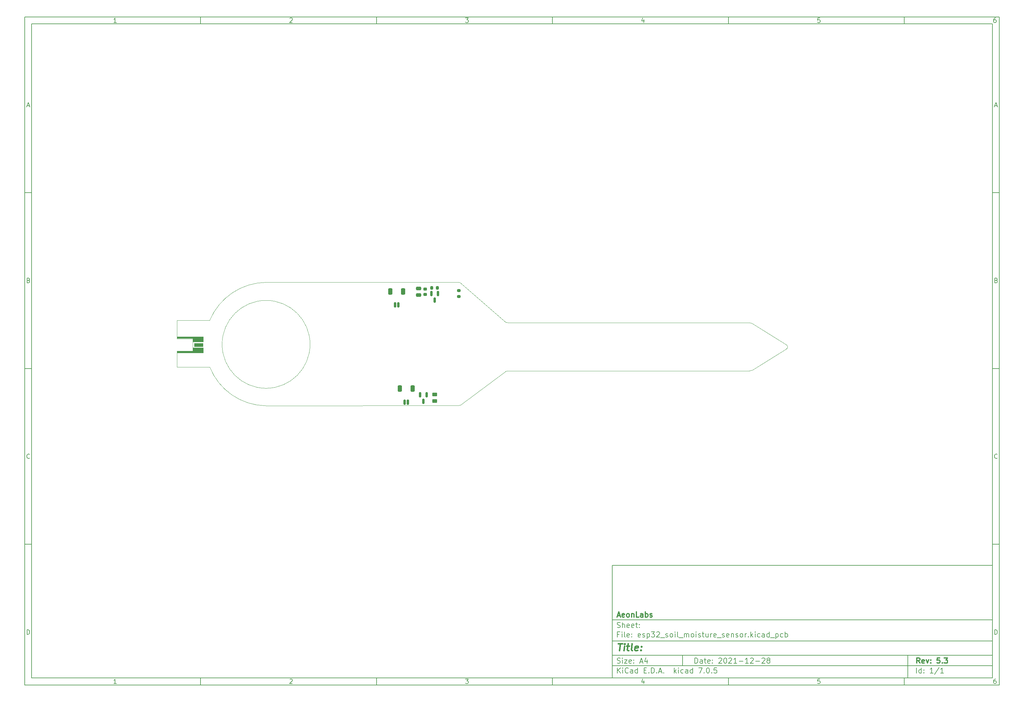
<source format=gbr>
%TF.GenerationSoftware,KiCad,Pcbnew,7.0.5*%
%TF.CreationDate,2023-06-02T10:03:58+02:00*%
%TF.ProjectId,esp32_soil_moisture_sensor,65737033-325f-4736-9f69-6c5f6d6f6973,5.3*%
%TF.SameCoordinates,Original*%
%TF.FileFunction,Paste,Bot*%
%TF.FilePolarity,Positive*%
%FSLAX46Y46*%
G04 Gerber Fmt 4.6, Leading zero omitted, Abs format (unit mm)*
G04 Created by KiCad (PCBNEW 7.0.5) date 2023-06-02 10:03:58*
%MOMM*%
%LPD*%
G01*
G04 APERTURE LIST*
G04 Aperture macros list*
%AMRoundRect*
0 Rectangle with rounded corners*
0 $1 Rounding radius*
0 $2 $3 $4 $5 $6 $7 $8 $9 X,Y pos of 4 corners*
0 Add a 4 corners polygon primitive as box body*
4,1,4,$2,$3,$4,$5,$6,$7,$8,$9,$2,$3,0*
0 Add four circle primitives for the rounded corners*
1,1,$1+$1,$2,$3*
1,1,$1+$1,$4,$5*
1,1,$1+$1,$6,$7*
1,1,$1+$1,$8,$9*
0 Add four rect primitives between the rounded corners*
20,1,$1+$1,$2,$3,$4,$5,0*
20,1,$1+$1,$4,$5,$6,$7,0*
20,1,$1+$1,$6,$7,$8,$9,0*
20,1,$1+$1,$8,$9,$2,$3,0*%
%AMFreePoly0*
4,1,7,1.500000,-0.775000,-1.500000,-0.775000,-1.500000,0.225000,-6.000000,0.225000,-6.000000,0.775000,1.500000,0.775000,1.500000,-0.775000,1.500000,-0.775000,$1*%
%AMFreePoly1*
4,1,8,1.500000,-0.775000,-1.500000,-0.775000,-6.000000,-0.775000,-6.000000,-0.225000,-1.500000,-0.225000,-1.500000,0.775000,1.500000,0.775000,1.500000,-0.775000,1.500000,-0.775000,$1*%
G04 Aperture macros list end*
%ADD10C,0.100000*%
%ADD11C,0.150000*%
%ADD12C,0.300000*%
%ADD13C,0.400000*%
%ADD14RoundRect,0.200000X0.200000X0.275000X-0.200000X0.275000X-0.200000X-0.275000X0.200000X-0.275000X0*%
%ADD15RoundRect,0.225000X-0.250000X0.225000X-0.250000X-0.225000X0.250000X-0.225000X0.250000X0.225000X0*%
%ADD16R,2.600000X1.100000*%
%ADD17FreePoly0,0.000000*%
%ADD18FreePoly1,0.000000*%
%ADD19RoundRect,0.150000X-0.150000X0.587500X-0.150000X-0.587500X0.150000X-0.587500X0.150000X0.587500X0*%
%ADD20RoundRect,0.150000X-0.150000X-0.625000X0.150000X-0.625000X0.150000X0.625000X-0.150000X0.625000X0*%
%ADD21RoundRect,0.250000X-0.350000X-0.650000X0.350000X-0.650000X0.350000X0.650000X-0.350000X0.650000X0*%
%ADD22RoundRect,0.200000X0.275000X-0.200000X0.275000X0.200000X-0.275000X0.200000X-0.275000X-0.200000X0*%
%ADD23RoundRect,0.250000X-0.450000X0.262500X-0.450000X-0.262500X0.450000X-0.262500X0.450000X0.262500X0*%
%ADD24RoundRect,0.250000X-0.475000X0.250000X-0.475000X-0.250000X0.475000X-0.250000X0.475000X0.250000X0*%
%TA.AperFunction,Profile*%
%ADD25C,0.050000*%
%TD*%
%TA.AperFunction,Profile*%
%ADD26C,0.100000*%
%TD*%
G04 APERTURE END LIST*
D10*
D11*
X177002200Y-166007200D02*
X285002200Y-166007200D01*
X285002200Y-198007200D01*
X177002200Y-198007200D01*
X177002200Y-166007200D01*
D10*
D11*
X10000000Y-10000000D02*
X287002200Y-10000000D01*
X287002200Y-200007200D01*
X10000000Y-200007200D01*
X10000000Y-10000000D01*
D10*
D11*
X12000000Y-12000000D02*
X285002200Y-12000000D01*
X285002200Y-198007200D01*
X12000000Y-198007200D01*
X12000000Y-12000000D01*
D10*
D11*
X60000000Y-12000000D02*
X60000000Y-10000000D01*
D10*
D11*
X110000000Y-12000000D02*
X110000000Y-10000000D01*
D10*
D11*
X160000000Y-12000000D02*
X160000000Y-10000000D01*
D10*
D11*
X210000000Y-12000000D02*
X210000000Y-10000000D01*
D10*
D11*
X260000000Y-12000000D02*
X260000000Y-10000000D01*
D10*
D11*
X36089160Y-11593604D02*
X35346303Y-11593604D01*
X35717731Y-11593604D02*
X35717731Y-10293604D01*
X35717731Y-10293604D02*
X35593922Y-10479319D01*
X35593922Y-10479319D02*
X35470112Y-10603128D01*
X35470112Y-10603128D02*
X35346303Y-10665033D01*
D10*
D11*
X85346303Y-10417414D02*
X85408207Y-10355509D01*
X85408207Y-10355509D02*
X85532017Y-10293604D01*
X85532017Y-10293604D02*
X85841541Y-10293604D01*
X85841541Y-10293604D02*
X85965350Y-10355509D01*
X85965350Y-10355509D02*
X86027255Y-10417414D01*
X86027255Y-10417414D02*
X86089160Y-10541223D01*
X86089160Y-10541223D02*
X86089160Y-10665033D01*
X86089160Y-10665033D02*
X86027255Y-10850747D01*
X86027255Y-10850747D02*
X85284398Y-11593604D01*
X85284398Y-11593604D02*
X86089160Y-11593604D01*
D10*
D11*
X135284398Y-10293604D02*
X136089160Y-10293604D01*
X136089160Y-10293604D02*
X135655826Y-10788842D01*
X135655826Y-10788842D02*
X135841541Y-10788842D01*
X135841541Y-10788842D02*
X135965350Y-10850747D01*
X135965350Y-10850747D02*
X136027255Y-10912652D01*
X136027255Y-10912652D02*
X136089160Y-11036461D01*
X136089160Y-11036461D02*
X136089160Y-11345985D01*
X136089160Y-11345985D02*
X136027255Y-11469795D01*
X136027255Y-11469795D02*
X135965350Y-11531700D01*
X135965350Y-11531700D02*
X135841541Y-11593604D01*
X135841541Y-11593604D02*
X135470112Y-11593604D01*
X135470112Y-11593604D02*
X135346303Y-11531700D01*
X135346303Y-11531700D02*
X135284398Y-11469795D01*
D10*
D11*
X185965350Y-10726938D02*
X185965350Y-11593604D01*
X185655826Y-10231700D02*
X185346303Y-11160271D01*
X185346303Y-11160271D02*
X186151064Y-11160271D01*
D10*
D11*
X236027255Y-10293604D02*
X235408207Y-10293604D01*
X235408207Y-10293604D02*
X235346303Y-10912652D01*
X235346303Y-10912652D02*
X235408207Y-10850747D01*
X235408207Y-10850747D02*
X235532017Y-10788842D01*
X235532017Y-10788842D02*
X235841541Y-10788842D01*
X235841541Y-10788842D02*
X235965350Y-10850747D01*
X235965350Y-10850747D02*
X236027255Y-10912652D01*
X236027255Y-10912652D02*
X236089160Y-11036461D01*
X236089160Y-11036461D02*
X236089160Y-11345985D01*
X236089160Y-11345985D02*
X236027255Y-11469795D01*
X236027255Y-11469795D02*
X235965350Y-11531700D01*
X235965350Y-11531700D02*
X235841541Y-11593604D01*
X235841541Y-11593604D02*
X235532017Y-11593604D01*
X235532017Y-11593604D02*
X235408207Y-11531700D01*
X235408207Y-11531700D02*
X235346303Y-11469795D01*
D10*
D11*
X285965350Y-10293604D02*
X285717731Y-10293604D01*
X285717731Y-10293604D02*
X285593922Y-10355509D01*
X285593922Y-10355509D02*
X285532017Y-10417414D01*
X285532017Y-10417414D02*
X285408207Y-10603128D01*
X285408207Y-10603128D02*
X285346303Y-10850747D01*
X285346303Y-10850747D02*
X285346303Y-11345985D01*
X285346303Y-11345985D02*
X285408207Y-11469795D01*
X285408207Y-11469795D02*
X285470112Y-11531700D01*
X285470112Y-11531700D02*
X285593922Y-11593604D01*
X285593922Y-11593604D02*
X285841541Y-11593604D01*
X285841541Y-11593604D02*
X285965350Y-11531700D01*
X285965350Y-11531700D02*
X286027255Y-11469795D01*
X286027255Y-11469795D02*
X286089160Y-11345985D01*
X286089160Y-11345985D02*
X286089160Y-11036461D01*
X286089160Y-11036461D02*
X286027255Y-10912652D01*
X286027255Y-10912652D02*
X285965350Y-10850747D01*
X285965350Y-10850747D02*
X285841541Y-10788842D01*
X285841541Y-10788842D02*
X285593922Y-10788842D01*
X285593922Y-10788842D02*
X285470112Y-10850747D01*
X285470112Y-10850747D02*
X285408207Y-10912652D01*
X285408207Y-10912652D02*
X285346303Y-11036461D01*
D10*
D11*
X60000000Y-198007200D02*
X60000000Y-200007200D01*
D10*
D11*
X110000000Y-198007200D02*
X110000000Y-200007200D01*
D10*
D11*
X160000000Y-198007200D02*
X160000000Y-200007200D01*
D10*
D11*
X210000000Y-198007200D02*
X210000000Y-200007200D01*
D10*
D11*
X260000000Y-198007200D02*
X260000000Y-200007200D01*
D10*
D11*
X36089160Y-199600804D02*
X35346303Y-199600804D01*
X35717731Y-199600804D02*
X35717731Y-198300804D01*
X35717731Y-198300804D02*
X35593922Y-198486519D01*
X35593922Y-198486519D02*
X35470112Y-198610328D01*
X35470112Y-198610328D02*
X35346303Y-198672233D01*
D10*
D11*
X85346303Y-198424614D02*
X85408207Y-198362709D01*
X85408207Y-198362709D02*
X85532017Y-198300804D01*
X85532017Y-198300804D02*
X85841541Y-198300804D01*
X85841541Y-198300804D02*
X85965350Y-198362709D01*
X85965350Y-198362709D02*
X86027255Y-198424614D01*
X86027255Y-198424614D02*
X86089160Y-198548423D01*
X86089160Y-198548423D02*
X86089160Y-198672233D01*
X86089160Y-198672233D02*
X86027255Y-198857947D01*
X86027255Y-198857947D02*
X85284398Y-199600804D01*
X85284398Y-199600804D02*
X86089160Y-199600804D01*
D10*
D11*
X135284398Y-198300804D02*
X136089160Y-198300804D01*
X136089160Y-198300804D02*
X135655826Y-198796042D01*
X135655826Y-198796042D02*
X135841541Y-198796042D01*
X135841541Y-198796042D02*
X135965350Y-198857947D01*
X135965350Y-198857947D02*
X136027255Y-198919852D01*
X136027255Y-198919852D02*
X136089160Y-199043661D01*
X136089160Y-199043661D02*
X136089160Y-199353185D01*
X136089160Y-199353185D02*
X136027255Y-199476995D01*
X136027255Y-199476995D02*
X135965350Y-199538900D01*
X135965350Y-199538900D02*
X135841541Y-199600804D01*
X135841541Y-199600804D02*
X135470112Y-199600804D01*
X135470112Y-199600804D02*
X135346303Y-199538900D01*
X135346303Y-199538900D02*
X135284398Y-199476995D01*
D10*
D11*
X185965350Y-198734138D02*
X185965350Y-199600804D01*
X185655826Y-198238900D02*
X185346303Y-199167471D01*
X185346303Y-199167471D02*
X186151064Y-199167471D01*
D10*
D11*
X236027255Y-198300804D02*
X235408207Y-198300804D01*
X235408207Y-198300804D02*
X235346303Y-198919852D01*
X235346303Y-198919852D02*
X235408207Y-198857947D01*
X235408207Y-198857947D02*
X235532017Y-198796042D01*
X235532017Y-198796042D02*
X235841541Y-198796042D01*
X235841541Y-198796042D02*
X235965350Y-198857947D01*
X235965350Y-198857947D02*
X236027255Y-198919852D01*
X236027255Y-198919852D02*
X236089160Y-199043661D01*
X236089160Y-199043661D02*
X236089160Y-199353185D01*
X236089160Y-199353185D02*
X236027255Y-199476995D01*
X236027255Y-199476995D02*
X235965350Y-199538900D01*
X235965350Y-199538900D02*
X235841541Y-199600804D01*
X235841541Y-199600804D02*
X235532017Y-199600804D01*
X235532017Y-199600804D02*
X235408207Y-199538900D01*
X235408207Y-199538900D02*
X235346303Y-199476995D01*
D10*
D11*
X285965350Y-198300804D02*
X285717731Y-198300804D01*
X285717731Y-198300804D02*
X285593922Y-198362709D01*
X285593922Y-198362709D02*
X285532017Y-198424614D01*
X285532017Y-198424614D02*
X285408207Y-198610328D01*
X285408207Y-198610328D02*
X285346303Y-198857947D01*
X285346303Y-198857947D02*
X285346303Y-199353185D01*
X285346303Y-199353185D02*
X285408207Y-199476995D01*
X285408207Y-199476995D02*
X285470112Y-199538900D01*
X285470112Y-199538900D02*
X285593922Y-199600804D01*
X285593922Y-199600804D02*
X285841541Y-199600804D01*
X285841541Y-199600804D02*
X285965350Y-199538900D01*
X285965350Y-199538900D02*
X286027255Y-199476995D01*
X286027255Y-199476995D02*
X286089160Y-199353185D01*
X286089160Y-199353185D02*
X286089160Y-199043661D01*
X286089160Y-199043661D02*
X286027255Y-198919852D01*
X286027255Y-198919852D02*
X285965350Y-198857947D01*
X285965350Y-198857947D02*
X285841541Y-198796042D01*
X285841541Y-198796042D02*
X285593922Y-198796042D01*
X285593922Y-198796042D02*
X285470112Y-198857947D01*
X285470112Y-198857947D02*
X285408207Y-198919852D01*
X285408207Y-198919852D02*
X285346303Y-199043661D01*
D10*
D11*
X10000000Y-60000000D02*
X12000000Y-60000000D01*
D10*
D11*
X10000000Y-110000000D02*
X12000000Y-110000000D01*
D10*
D11*
X10000000Y-160000000D02*
X12000000Y-160000000D01*
D10*
D11*
X10690476Y-35222176D02*
X11309523Y-35222176D01*
X10566666Y-35593604D02*
X10999999Y-34293604D01*
X10999999Y-34293604D02*
X11433333Y-35593604D01*
D10*
D11*
X11092857Y-84912652D02*
X11278571Y-84974557D01*
X11278571Y-84974557D02*
X11340476Y-85036461D01*
X11340476Y-85036461D02*
X11402380Y-85160271D01*
X11402380Y-85160271D02*
X11402380Y-85345985D01*
X11402380Y-85345985D02*
X11340476Y-85469795D01*
X11340476Y-85469795D02*
X11278571Y-85531700D01*
X11278571Y-85531700D02*
X11154761Y-85593604D01*
X11154761Y-85593604D02*
X10659523Y-85593604D01*
X10659523Y-85593604D02*
X10659523Y-84293604D01*
X10659523Y-84293604D02*
X11092857Y-84293604D01*
X11092857Y-84293604D02*
X11216666Y-84355509D01*
X11216666Y-84355509D02*
X11278571Y-84417414D01*
X11278571Y-84417414D02*
X11340476Y-84541223D01*
X11340476Y-84541223D02*
X11340476Y-84665033D01*
X11340476Y-84665033D02*
X11278571Y-84788842D01*
X11278571Y-84788842D02*
X11216666Y-84850747D01*
X11216666Y-84850747D02*
X11092857Y-84912652D01*
X11092857Y-84912652D02*
X10659523Y-84912652D01*
D10*
D11*
X11402380Y-135469795D02*
X11340476Y-135531700D01*
X11340476Y-135531700D02*
X11154761Y-135593604D01*
X11154761Y-135593604D02*
X11030952Y-135593604D01*
X11030952Y-135593604D02*
X10845238Y-135531700D01*
X10845238Y-135531700D02*
X10721428Y-135407890D01*
X10721428Y-135407890D02*
X10659523Y-135284080D01*
X10659523Y-135284080D02*
X10597619Y-135036461D01*
X10597619Y-135036461D02*
X10597619Y-134850747D01*
X10597619Y-134850747D02*
X10659523Y-134603128D01*
X10659523Y-134603128D02*
X10721428Y-134479319D01*
X10721428Y-134479319D02*
X10845238Y-134355509D01*
X10845238Y-134355509D02*
X11030952Y-134293604D01*
X11030952Y-134293604D02*
X11154761Y-134293604D01*
X11154761Y-134293604D02*
X11340476Y-134355509D01*
X11340476Y-134355509D02*
X11402380Y-134417414D01*
D10*
D11*
X10659523Y-185593604D02*
X10659523Y-184293604D01*
X10659523Y-184293604D02*
X10969047Y-184293604D01*
X10969047Y-184293604D02*
X11154761Y-184355509D01*
X11154761Y-184355509D02*
X11278571Y-184479319D01*
X11278571Y-184479319D02*
X11340476Y-184603128D01*
X11340476Y-184603128D02*
X11402380Y-184850747D01*
X11402380Y-184850747D02*
X11402380Y-185036461D01*
X11402380Y-185036461D02*
X11340476Y-185284080D01*
X11340476Y-185284080D02*
X11278571Y-185407890D01*
X11278571Y-185407890D02*
X11154761Y-185531700D01*
X11154761Y-185531700D02*
X10969047Y-185593604D01*
X10969047Y-185593604D02*
X10659523Y-185593604D01*
D10*
D11*
X287002200Y-60000000D02*
X285002200Y-60000000D01*
D10*
D11*
X287002200Y-110000000D02*
X285002200Y-110000000D01*
D10*
D11*
X287002200Y-160000000D02*
X285002200Y-160000000D01*
D10*
D11*
X285692676Y-35222176D02*
X286311723Y-35222176D01*
X285568866Y-35593604D02*
X286002199Y-34293604D01*
X286002199Y-34293604D02*
X286435533Y-35593604D01*
D10*
D11*
X286095057Y-84912652D02*
X286280771Y-84974557D01*
X286280771Y-84974557D02*
X286342676Y-85036461D01*
X286342676Y-85036461D02*
X286404580Y-85160271D01*
X286404580Y-85160271D02*
X286404580Y-85345985D01*
X286404580Y-85345985D02*
X286342676Y-85469795D01*
X286342676Y-85469795D02*
X286280771Y-85531700D01*
X286280771Y-85531700D02*
X286156961Y-85593604D01*
X286156961Y-85593604D02*
X285661723Y-85593604D01*
X285661723Y-85593604D02*
X285661723Y-84293604D01*
X285661723Y-84293604D02*
X286095057Y-84293604D01*
X286095057Y-84293604D02*
X286218866Y-84355509D01*
X286218866Y-84355509D02*
X286280771Y-84417414D01*
X286280771Y-84417414D02*
X286342676Y-84541223D01*
X286342676Y-84541223D02*
X286342676Y-84665033D01*
X286342676Y-84665033D02*
X286280771Y-84788842D01*
X286280771Y-84788842D02*
X286218866Y-84850747D01*
X286218866Y-84850747D02*
X286095057Y-84912652D01*
X286095057Y-84912652D02*
X285661723Y-84912652D01*
D10*
D11*
X286404580Y-135469795D02*
X286342676Y-135531700D01*
X286342676Y-135531700D02*
X286156961Y-135593604D01*
X286156961Y-135593604D02*
X286033152Y-135593604D01*
X286033152Y-135593604D02*
X285847438Y-135531700D01*
X285847438Y-135531700D02*
X285723628Y-135407890D01*
X285723628Y-135407890D02*
X285661723Y-135284080D01*
X285661723Y-135284080D02*
X285599819Y-135036461D01*
X285599819Y-135036461D02*
X285599819Y-134850747D01*
X285599819Y-134850747D02*
X285661723Y-134603128D01*
X285661723Y-134603128D02*
X285723628Y-134479319D01*
X285723628Y-134479319D02*
X285847438Y-134355509D01*
X285847438Y-134355509D02*
X286033152Y-134293604D01*
X286033152Y-134293604D02*
X286156961Y-134293604D01*
X286156961Y-134293604D02*
X286342676Y-134355509D01*
X286342676Y-134355509D02*
X286404580Y-134417414D01*
D10*
D11*
X285661723Y-185593604D02*
X285661723Y-184293604D01*
X285661723Y-184293604D02*
X285971247Y-184293604D01*
X285971247Y-184293604D02*
X286156961Y-184355509D01*
X286156961Y-184355509D02*
X286280771Y-184479319D01*
X286280771Y-184479319D02*
X286342676Y-184603128D01*
X286342676Y-184603128D02*
X286404580Y-184850747D01*
X286404580Y-184850747D02*
X286404580Y-185036461D01*
X286404580Y-185036461D02*
X286342676Y-185284080D01*
X286342676Y-185284080D02*
X286280771Y-185407890D01*
X286280771Y-185407890D02*
X286156961Y-185531700D01*
X286156961Y-185531700D02*
X285971247Y-185593604D01*
X285971247Y-185593604D02*
X285661723Y-185593604D01*
D10*
D11*
X200458026Y-193793328D02*
X200458026Y-192293328D01*
X200458026Y-192293328D02*
X200815169Y-192293328D01*
X200815169Y-192293328D02*
X201029455Y-192364757D01*
X201029455Y-192364757D02*
X201172312Y-192507614D01*
X201172312Y-192507614D02*
X201243741Y-192650471D01*
X201243741Y-192650471D02*
X201315169Y-192936185D01*
X201315169Y-192936185D02*
X201315169Y-193150471D01*
X201315169Y-193150471D02*
X201243741Y-193436185D01*
X201243741Y-193436185D02*
X201172312Y-193579042D01*
X201172312Y-193579042D02*
X201029455Y-193721900D01*
X201029455Y-193721900D02*
X200815169Y-193793328D01*
X200815169Y-193793328D02*
X200458026Y-193793328D01*
X202600884Y-193793328D02*
X202600884Y-193007614D01*
X202600884Y-193007614D02*
X202529455Y-192864757D01*
X202529455Y-192864757D02*
X202386598Y-192793328D01*
X202386598Y-192793328D02*
X202100884Y-192793328D01*
X202100884Y-192793328D02*
X201958026Y-192864757D01*
X202600884Y-193721900D02*
X202458026Y-193793328D01*
X202458026Y-193793328D02*
X202100884Y-193793328D01*
X202100884Y-193793328D02*
X201958026Y-193721900D01*
X201958026Y-193721900D02*
X201886598Y-193579042D01*
X201886598Y-193579042D02*
X201886598Y-193436185D01*
X201886598Y-193436185D02*
X201958026Y-193293328D01*
X201958026Y-193293328D02*
X202100884Y-193221900D01*
X202100884Y-193221900D02*
X202458026Y-193221900D01*
X202458026Y-193221900D02*
X202600884Y-193150471D01*
X203100884Y-192793328D02*
X203672312Y-192793328D01*
X203315169Y-192293328D02*
X203315169Y-193579042D01*
X203315169Y-193579042D02*
X203386598Y-193721900D01*
X203386598Y-193721900D02*
X203529455Y-193793328D01*
X203529455Y-193793328D02*
X203672312Y-193793328D01*
X204743741Y-193721900D02*
X204600884Y-193793328D01*
X204600884Y-193793328D02*
X204315170Y-193793328D01*
X204315170Y-193793328D02*
X204172312Y-193721900D01*
X204172312Y-193721900D02*
X204100884Y-193579042D01*
X204100884Y-193579042D02*
X204100884Y-193007614D01*
X204100884Y-193007614D02*
X204172312Y-192864757D01*
X204172312Y-192864757D02*
X204315170Y-192793328D01*
X204315170Y-192793328D02*
X204600884Y-192793328D01*
X204600884Y-192793328D02*
X204743741Y-192864757D01*
X204743741Y-192864757D02*
X204815170Y-193007614D01*
X204815170Y-193007614D02*
X204815170Y-193150471D01*
X204815170Y-193150471D02*
X204100884Y-193293328D01*
X205458026Y-193650471D02*
X205529455Y-193721900D01*
X205529455Y-193721900D02*
X205458026Y-193793328D01*
X205458026Y-193793328D02*
X205386598Y-193721900D01*
X205386598Y-193721900D02*
X205458026Y-193650471D01*
X205458026Y-193650471D02*
X205458026Y-193793328D01*
X205458026Y-192864757D02*
X205529455Y-192936185D01*
X205529455Y-192936185D02*
X205458026Y-193007614D01*
X205458026Y-193007614D02*
X205386598Y-192936185D01*
X205386598Y-192936185D02*
X205458026Y-192864757D01*
X205458026Y-192864757D02*
X205458026Y-193007614D01*
X207243741Y-192436185D02*
X207315169Y-192364757D01*
X207315169Y-192364757D02*
X207458027Y-192293328D01*
X207458027Y-192293328D02*
X207815169Y-192293328D01*
X207815169Y-192293328D02*
X207958027Y-192364757D01*
X207958027Y-192364757D02*
X208029455Y-192436185D01*
X208029455Y-192436185D02*
X208100884Y-192579042D01*
X208100884Y-192579042D02*
X208100884Y-192721900D01*
X208100884Y-192721900D02*
X208029455Y-192936185D01*
X208029455Y-192936185D02*
X207172312Y-193793328D01*
X207172312Y-193793328D02*
X208100884Y-193793328D01*
X209029455Y-192293328D02*
X209172312Y-192293328D01*
X209172312Y-192293328D02*
X209315169Y-192364757D01*
X209315169Y-192364757D02*
X209386598Y-192436185D01*
X209386598Y-192436185D02*
X209458026Y-192579042D01*
X209458026Y-192579042D02*
X209529455Y-192864757D01*
X209529455Y-192864757D02*
X209529455Y-193221900D01*
X209529455Y-193221900D02*
X209458026Y-193507614D01*
X209458026Y-193507614D02*
X209386598Y-193650471D01*
X209386598Y-193650471D02*
X209315169Y-193721900D01*
X209315169Y-193721900D02*
X209172312Y-193793328D01*
X209172312Y-193793328D02*
X209029455Y-193793328D01*
X209029455Y-193793328D02*
X208886598Y-193721900D01*
X208886598Y-193721900D02*
X208815169Y-193650471D01*
X208815169Y-193650471D02*
X208743740Y-193507614D01*
X208743740Y-193507614D02*
X208672312Y-193221900D01*
X208672312Y-193221900D02*
X208672312Y-192864757D01*
X208672312Y-192864757D02*
X208743740Y-192579042D01*
X208743740Y-192579042D02*
X208815169Y-192436185D01*
X208815169Y-192436185D02*
X208886598Y-192364757D01*
X208886598Y-192364757D02*
X209029455Y-192293328D01*
X210100883Y-192436185D02*
X210172311Y-192364757D01*
X210172311Y-192364757D02*
X210315169Y-192293328D01*
X210315169Y-192293328D02*
X210672311Y-192293328D01*
X210672311Y-192293328D02*
X210815169Y-192364757D01*
X210815169Y-192364757D02*
X210886597Y-192436185D01*
X210886597Y-192436185D02*
X210958026Y-192579042D01*
X210958026Y-192579042D02*
X210958026Y-192721900D01*
X210958026Y-192721900D02*
X210886597Y-192936185D01*
X210886597Y-192936185D02*
X210029454Y-193793328D01*
X210029454Y-193793328D02*
X210958026Y-193793328D01*
X212386597Y-193793328D02*
X211529454Y-193793328D01*
X211958025Y-193793328D02*
X211958025Y-192293328D01*
X211958025Y-192293328D02*
X211815168Y-192507614D01*
X211815168Y-192507614D02*
X211672311Y-192650471D01*
X211672311Y-192650471D02*
X211529454Y-192721900D01*
X213029453Y-193221900D02*
X214172311Y-193221900D01*
X215672311Y-193793328D02*
X214815168Y-193793328D01*
X215243739Y-193793328D02*
X215243739Y-192293328D01*
X215243739Y-192293328D02*
X215100882Y-192507614D01*
X215100882Y-192507614D02*
X214958025Y-192650471D01*
X214958025Y-192650471D02*
X214815168Y-192721900D01*
X216243739Y-192436185D02*
X216315167Y-192364757D01*
X216315167Y-192364757D02*
X216458025Y-192293328D01*
X216458025Y-192293328D02*
X216815167Y-192293328D01*
X216815167Y-192293328D02*
X216958025Y-192364757D01*
X216958025Y-192364757D02*
X217029453Y-192436185D01*
X217029453Y-192436185D02*
X217100882Y-192579042D01*
X217100882Y-192579042D02*
X217100882Y-192721900D01*
X217100882Y-192721900D02*
X217029453Y-192936185D01*
X217029453Y-192936185D02*
X216172310Y-193793328D01*
X216172310Y-193793328D02*
X217100882Y-193793328D01*
X217743738Y-193221900D02*
X218886596Y-193221900D01*
X219529453Y-192436185D02*
X219600881Y-192364757D01*
X219600881Y-192364757D02*
X219743739Y-192293328D01*
X219743739Y-192293328D02*
X220100881Y-192293328D01*
X220100881Y-192293328D02*
X220243739Y-192364757D01*
X220243739Y-192364757D02*
X220315167Y-192436185D01*
X220315167Y-192436185D02*
X220386596Y-192579042D01*
X220386596Y-192579042D02*
X220386596Y-192721900D01*
X220386596Y-192721900D02*
X220315167Y-192936185D01*
X220315167Y-192936185D02*
X219458024Y-193793328D01*
X219458024Y-193793328D02*
X220386596Y-193793328D01*
X221243738Y-192936185D02*
X221100881Y-192864757D01*
X221100881Y-192864757D02*
X221029452Y-192793328D01*
X221029452Y-192793328D02*
X220958024Y-192650471D01*
X220958024Y-192650471D02*
X220958024Y-192579042D01*
X220958024Y-192579042D02*
X221029452Y-192436185D01*
X221029452Y-192436185D02*
X221100881Y-192364757D01*
X221100881Y-192364757D02*
X221243738Y-192293328D01*
X221243738Y-192293328D02*
X221529452Y-192293328D01*
X221529452Y-192293328D02*
X221672310Y-192364757D01*
X221672310Y-192364757D02*
X221743738Y-192436185D01*
X221743738Y-192436185D02*
X221815167Y-192579042D01*
X221815167Y-192579042D02*
X221815167Y-192650471D01*
X221815167Y-192650471D02*
X221743738Y-192793328D01*
X221743738Y-192793328D02*
X221672310Y-192864757D01*
X221672310Y-192864757D02*
X221529452Y-192936185D01*
X221529452Y-192936185D02*
X221243738Y-192936185D01*
X221243738Y-192936185D02*
X221100881Y-193007614D01*
X221100881Y-193007614D02*
X221029452Y-193079042D01*
X221029452Y-193079042D02*
X220958024Y-193221900D01*
X220958024Y-193221900D02*
X220958024Y-193507614D01*
X220958024Y-193507614D02*
X221029452Y-193650471D01*
X221029452Y-193650471D02*
X221100881Y-193721900D01*
X221100881Y-193721900D02*
X221243738Y-193793328D01*
X221243738Y-193793328D02*
X221529452Y-193793328D01*
X221529452Y-193793328D02*
X221672310Y-193721900D01*
X221672310Y-193721900D02*
X221743738Y-193650471D01*
X221743738Y-193650471D02*
X221815167Y-193507614D01*
X221815167Y-193507614D02*
X221815167Y-193221900D01*
X221815167Y-193221900D02*
X221743738Y-193079042D01*
X221743738Y-193079042D02*
X221672310Y-193007614D01*
X221672310Y-193007614D02*
X221529452Y-192936185D01*
D10*
D11*
X177002200Y-194507200D02*
X285002200Y-194507200D01*
D10*
D11*
X178458026Y-196593328D02*
X178458026Y-195093328D01*
X179315169Y-196593328D02*
X178672312Y-195736185D01*
X179315169Y-195093328D02*
X178458026Y-195950471D01*
X179958026Y-196593328D02*
X179958026Y-195593328D01*
X179958026Y-195093328D02*
X179886598Y-195164757D01*
X179886598Y-195164757D02*
X179958026Y-195236185D01*
X179958026Y-195236185D02*
X180029455Y-195164757D01*
X180029455Y-195164757D02*
X179958026Y-195093328D01*
X179958026Y-195093328D02*
X179958026Y-195236185D01*
X181529455Y-196450471D02*
X181458027Y-196521900D01*
X181458027Y-196521900D02*
X181243741Y-196593328D01*
X181243741Y-196593328D02*
X181100884Y-196593328D01*
X181100884Y-196593328D02*
X180886598Y-196521900D01*
X180886598Y-196521900D02*
X180743741Y-196379042D01*
X180743741Y-196379042D02*
X180672312Y-196236185D01*
X180672312Y-196236185D02*
X180600884Y-195950471D01*
X180600884Y-195950471D02*
X180600884Y-195736185D01*
X180600884Y-195736185D02*
X180672312Y-195450471D01*
X180672312Y-195450471D02*
X180743741Y-195307614D01*
X180743741Y-195307614D02*
X180886598Y-195164757D01*
X180886598Y-195164757D02*
X181100884Y-195093328D01*
X181100884Y-195093328D02*
X181243741Y-195093328D01*
X181243741Y-195093328D02*
X181458027Y-195164757D01*
X181458027Y-195164757D02*
X181529455Y-195236185D01*
X182815170Y-196593328D02*
X182815170Y-195807614D01*
X182815170Y-195807614D02*
X182743741Y-195664757D01*
X182743741Y-195664757D02*
X182600884Y-195593328D01*
X182600884Y-195593328D02*
X182315170Y-195593328D01*
X182315170Y-195593328D02*
X182172312Y-195664757D01*
X182815170Y-196521900D02*
X182672312Y-196593328D01*
X182672312Y-196593328D02*
X182315170Y-196593328D01*
X182315170Y-196593328D02*
X182172312Y-196521900D01*
X182172312Y-196521900D02*
X182100884Y-196379042D01*
X182100884Y-196379042D02*
X182100884Y-196236185D01*
X182100884Y-196236185D02*
X182172312Y-196093328D01*
X182172312Y-196093328D02*
X182315170Y-196021900D01*
X182315170Y-196021900D02*
X182672312Y-196021900D01*
X182672312Y-196021900D02*
X182815170Y-195950471D01*
X184172313Y-196593328D02*
X184172313Y-195093328D01*
X184172313Y-196521900D02*
X184029455Y-196593328D01*
X184029455Y-196593328D02*
X183743741Y-196593328D01*
X183743741Y-196593328D02*
X183600884Y-196521900D01*
X183600884Y-196521900D02*
X183529455Y-196450471D01*
X183529455Y-196450471D02*
X183458027Y-196307614D01*
X183458027Y-196307614D02*
X183458027Y-195879042D01*
X183458027Y-195879042D02*
X183529455Y-195736185D01*
X183529455Y-195736185D02*
X183600884Y-195664757D01*
X183600884Y-195664757D02*
X183743741Y-195593328D01*
X183743741Y-195593328D02*
X184029455Y-195593328D01*
X184029455Y-195593328D02*
X184172313Y-195664757D01*
X186029455Y-195807614D02*
X186529455Y-195807614D01*
X186743741Y-196593328D02*
X186029455Y-196593328D01*
X186029455Y-196593328D02*
X186029455Y-195093328D01*
X186029455Y-195093328D02*
X186743741Y-195093328D01*
X187386598Y-196450471D02*
X187458027Y-196521900D01*
X187458027Y-196521900D02*
X187386598Y-196593328D01*
X187386598Y-196593328D02*
X187315170Y-196521900D01*
X187315170Y-196521900D02*
X187386598Y-196450471D01*
X187386598Y-196450471D02*
X187386598Y-196593328D01*
X188100884Y-196593328D02*
X188100884Y-195093328D01*
X188100884Y-195093328D02*
X188458027Y-195093328D01*
X188458027Y-195093328D02*
X188672313Y-195164757D01*
X188672313Y-195164757D02*
X188815170Y-195307614D01*
X188815170Y-195307614D02*
X188886599Y-195450471D01*
X188886599Y-195450471D02*
X188958027Y-195736185D01*
X188958027Y-195736185D02*
X188958027Y-195950471D01*
X188958027Y-195950471D02*
X188886599Y-196236185D01*
X188886599Y-196236185D02*
X188815170Y-196379042D01*
X188815170Y-196379042D02*
X188672313Y-196521900D01*
X188672313Y-196521900D02*
X188458027Y-196593328D01*
X188458027Y-196593328D02*
X188100884Y-196593328D01*
X189600884Y-196450471D02*
X189672313Y-196521900D01*
X189672313Y-196521900D02*
X189600884Y-196593328D01*
X189600884Y-196593328D02*
X189529456Y-196521900D01*
X189529456Y-196521900D02*
X189600884Y-196450471D01*
X189600884Y-196450471D02*
X189600884Y-196593328D01*
X190243742Y-196164757D02*
X190958028Y-196164757D01*
X190100885Y-196593328D02*
X190600885Y-195093328D01*
X190600885Y-195093328D02*
X191100885Y-196593328D01*
X191600884Y-196450471D02*
X191672313Y-196521900D01*
X191672313Y-196521900D02*
X191600884Y-196593328D01*
X191600884Y-196593328D02*
X191529456Y-196521900D01*
X191529456Y-196521900D02*
X191600884Y-196450471D01*
X191600884Y-196450471D02*
X191600884Y-196593328D01*
X194600884Y-196593328D02*
X194600884Y-195093328D01*
X194743742Y-196021900D02*
X195172313Y-196593328D01*
X195172313Y-195593328D02*
X194600884Y-196164757D01*
X195815170Y-196593328D02*
X195815170Y-195593328D01*
X195815170Y-195093328D02*
X195743742Y-195164757D01*
X195743742Y-195164757D02*
X195815170Y-195236185D01*
X195815170Y-195236185D02*
X195886599Y-195164757D01*
X195886599Y-195164757D02*
X195815170Y-195093328D01*
X195815170Y-195093328D02*
X195815170Y-195236185D01*
X197172314Y-196521900D02*
X197029456Y-196593328D01*
X197029456Y-196593328D02*
X196743742Y-196593328D01*
X196743742Y-196593328D02*
X196600885Y-196521900D01*
X196600885Y-196521900D02*
X196529456Y-196450471D01*
X196529456Y-196450471D02*
X196458028Y-196307614D01*
X196458028Y-196307614D02*
X196458028Y-195879042D01*
X196458028Y-195879042D02*
X196529456Y-195736185D01*
X196529456Y-195736185D02*
X196600885Y-195664757D01*
X196600885Y-195664757D02*
X196743742Y-195593328D01*
X196743742Y-195593328D02*
X197029456Y-195593328D01*
X197029456Y-195593328D02*
X197172314Y-195664757D01*
X198458028Y-196593328D02*
X198458028Y-195807614D01*
X198458028Y-195807614D02*
X198386599Y-195664757D01*
X198386599Y-195664757D02*
X198243742Y-195593328D01*
X198243742Y-195593328D02*
X197958028Y-195593328D01*
X197958028Y-195593328D02*
X197815170Y-195664757D01*
X198458028Y-196521900D02*
X198315170Y-196593328D01*
X198315170Y-196593328D02*
X197958028Y-196593328D01*
X197958028Y-196593328D02*
X197815170Y-196521900D01*
X197815170Y-196521900D02*
X197743742Y-196379042D01*
X197743742Y-196379042D02*
X197743742Y-196236185D01*
X197743742Y-196236185D02*
X197815170Y-196093328D01*
X197815170Y-196093328D02*
X197958028Y-196021900D01*
X197958028Y-196021900D02*
X198315170Y-196021900D01*
X198315170Y-196021900D02*
X198458028Y-195950471D01*
X199815171Y-196593328D02*
X199815171Y-195093328D01*
X199815171Y-196521900D02*
X199672313Y-196593328D01*
X199672313Y-196593328D02*
X199386599Y-196593328D01*
X199386599Y-196593328D02*
X199243742Y-196521900D01*
X199243742Y-196521900D02*
X199172313Y-196450471D01*
X199172313Y-196450471D02*
X199100885Y-196307614D01*
X199100885Y-196307614D02*
X199100885Y-195879042D01*
X199100885Y-195879042D02*
X199172313Y-195736185D01*
X199172313Y-195736185D02*
X199243742Y-195664757D01*
X199243742Y-195664757D02*
X199386599Y-195593328D01*
X199386599Y-195593328D02*
X199672313Y-195593328D01*
X199672313Y-195593328D02*
X199815171Y-195664757D01*
X201529456Y-195093328D02*
X202529456Y-195093328D01*
X202529456Y-195093328D02*
X201886599Y-196593328D01*
X203100884Y-196450471D02*
X203172313Y-196521900D01*
X203172313Y-196521900D02*
X203100884Y-196593328D01*
X203100884Y-196593328D02*
X203029456Y-196521900D01*
X203029456Y-196521900D02*
X203100884Y-196450471D01*
X203100884Y-196450471D02*
X203100884Y-196593328D01*
X204100885Y-195093328D02*
X204243742Y-195093328D01*
X204243742Y-195093328D02*
X204386599Y-195164757D01*
X204386599Y-195164757D02*
X204458028Y-195236185D01*
X204458028Y-195236185D02*
X204529456Y-195379042D01*
X204529456Y-195379042D02*
X204600885Y-195664757D01*
X204600885Y-195664757D02*
X204600885Y-196021900D01*
X204600885Y-196021900D02*
X204529456Y-196307614D01*
X204529456Y-196307614D02*
X204458028Y-196450471D01*
X204458028Y-196450471D02*
X204386599Y-196521900D01*
X204386599Y-196521900D02*
X204243742Y-196593328D01*
X204243742Y-196593328D02*
X204100885Y-196593328D01*
X204100885Y-196593328D02*
X203958028Y-196521900D01*
X203958028Y-196521900D02*
X203886599Y-196450471D01*
X203886599Y-196450471D02*
X203815170Y-196307614D01*
X203815170Y-196307614D02*
X203743742Y-196021900D01*
X203743742Y-196021900D02*
X203743742Y-195664757D01*
X203743742Y-195664757D02*
X203815170Y-195379042D01*
X203815170Y-195379042D02*
X203886599Y-195236185D01*
X203886599Y-195236185D02*
X203958028Y-195164757D01*
X203958028Y-195164757D02*
X204100885Y-195093328D01*
X205243741Y-196450471D02*
X205315170Y-196521900D01*
X205315170Y-196521900D02*
X205243741Y-196593328D01*
X205243741Y-196593328D02*
X205172313Y-196521900D01*
X205172313Y-196521900D02*
X205243741Y-196450471D01*
X205243741Y-196450471D02*
X205243741Y-196593328D01*
X206672313Y-195093328D02*
X205958027Y-195093328D01*
X205958027Y-195093328D02*
X205886599Y-195807614D01*
X205886599Y-195807614D02*
X205958027Y-195736185D01*
X205958027Y-195736185D02*
X206100885Y-195664757D01*
X206100885Y-195664757D02*
X206458027Y-195664757D01*
X206458027Y-195664757D02*
X206600885Y-195736185D01*
X206600885Y-195736185D02*
X206672313Y-195807614D01*
X206672313Y-195807614D02*
X206743742Y-195950471D01*
X206743742Y-195950471D02*
X206743742Y-196307614D01*
X206743742Y-196307614D02*
X206672313Y-196450471D01*
X206672313Y-196450471D02*
X206600885Y-196521900D01*
X206600885Y-196521900D02*
X206458027Y-196593328D01*
X206458027Y-196593328D02*
X206100885Y-196593328D01*
X206100885Y-196593328D02*
X205958027Y-196521900D01*
X205958027Y-196521900D02*
X205886599Y-196450471D01*
D10*
D11*
X177002200Y-191507200D02*
X285002200Y-191507200D01*
D10*
D12*
X264413853Y-193785528D02*
X263913853Y-193071242D01*
X263556710Y-193785528D02*
X263556710Y-192285528D01*
X263556710Y-192285528D02*
X264128139Y-192285528D01*
X264128139Y-192285528D02*
X264270996Y-192356957D01*
X264270996Y-192356957D02*
X264342425Y-192428385D01*
X264342425Y-192428385D02*
X264413853Y-192571242D01*
X264413853Y-192571242D02*
X264413853Y-192785528D01*
X264413853Y-192785528D02*
X264342425Y-192928385D01*
X264342425Y-192928385D02*
X264270996Y-192999814D01*
X264270996Y-192999814D02*
X264128139Y-193071242D01*
X264128139Y-193071242D02*
X263556710Y-193071242D01*
X265628139Y-193714100D02*
X265485282Y-193785528D01*
X265485282Y-193785528D02*
X265199568Y-193785528D01*
X265199568Y-193785528D02*
X265056710Y-193714100D01*
X265056710Y-193714100D02*
X264985282Y-193571242D01*
X264985282Y-193571242D02*
X264985282Y-192999814D01*
X264985282Y-192999814D02*
X265056710Y-192856957D01*
X265056710Y-192856957D02*
X265199568Y-192785528D01*
X265199568Y-192785528D02*
X265485282Y-192785528D01*
X265485282Y-192785528D02*
X265628139Y-192856957D01*
X265628139Y-192856957D02*
X265699568Y-192999814D01*
X265699568Y-192999814D02*
X265699568Y-193142671D01*
X265699568Y-193142671D02*
X264985282Y-193285528D01*
X266199567Y-192785528D02*
X266556710Y-193785528D01*
X266556710Y-193785528D02*
X266913853Y-192785528D01*
X267485281Y-193642671D02*
X267556710Y-193714100D01*
X267556710Y-193714100D02*
X267485281Y-193785528D01*
X267485281Y-193785528D02*
X267413853Y-193714100D01*
X267413853Y-193714100D02*
X267485281Y-193642671D01*
X267485281Y-193642671D02*
X267485281Y-193785528D01*
X267485281Y-192856957D02*
X267556710Y-192928385D01*
X267556710Y-192928385D02*
X267485281Y-192999814D01*
X267485281Y-192999814D02*
X267413853Y-192928385D01*
X267413853Y-192928385D02*
X267485281Y-192856957D01*
X267485281Y-192856957D02*
X267485281Y-192999814D01*
X270056710Y-192285528D02*
X269342424Y-192285528D01*
X269342424Y-192285528D02*
X269270996Y-192999814D01*
X269270996Y-192999814D02*
X269342424Y-192928385D01*
X269342424Y-192928385D02*
X269485282Y-192856957D01*
X269485282Y-192856957D02*
X269842424Y-192856957D01*
X269842424Y-192856957D02*
X269985282Y-192928385D01*
X269985282Y-192928385D02*
X270056710Y-192999814D01*
X270056710Y-192999814D02*
X270128139Y-193142671D01*
X270128139Y-193142671D02*
X270128139Y-193499814D01*
X270128139Y-193499814D02*
X270056710Y-193642671D01*
X270056710Y-193642671D02*
X269985282Y-193714100D01*
X269985282Y-193714100D02*
X269842424Y-193785528D01*
X269842424Y-193785528D02*
X269485282Y-193785528D01*
X269485282Y-193785528D02*
X269342424Y-193714100D01*
X269342424Y-193714100D02*
X269270996Y-193642671D01*
X270770995Y-193642671D02*
X270842424Y-193714100D01*
X270842424Y-193714100D02*
X270770995Y-193785528D01*
X270770995Y-193785528D02*
X270699567Y-193714100D01*
X270699567Y-193714100D02*
X270770995Y-193642671D01*
X270770995Y-193642671D02*
X270770995Y-193785528D01*
X271342424Y-192285528D02*
X272270996Y-192285528D01*
X272270996Y-192285528D02*
X271770996Y-192856957D01*
X271770996Y-192856957D02*
X271985281Y-192856957D01*
X271985281Y-192856957D02*
X272128139Y-192928385D01*
X272128139Y-192928385D02*
X272199567Y-192999814D01*
X272199567Y-192999814D02*
X272270996Y-193142671D01*
X272270996Y-193142671D02*
X272270996Y-193499814D01*
X272270996Y-193499814D02*
X272199567Y-193642671D01*
X272199567Y-193642671D02*
X272128139Y-193714100D01*
X272128139Y-193714100D02*
X271985281Y-193785528D01*
X271985281Y-193785528D02*
X271556710Y-193785528D01*
X271556710Y-193785528D02*
X271413853Y-193714100D01*
X271413853Y-193714100D02*
X271342424Y-193642671D01*
D10*
D11*
X178386598Y-193721900D02*
X178600884Y-193793328D01*
X178600884Y-193793328D02*
X178958026Y-193793328D01*
X178958026Y-193793328D02*
X179100884Y-193721900D01*
X179100884Y-193721900D02*
X179172312Y-193650471D01*
X179172312Y-193650471D02*
X179243741Y-193507614D01*
X179243741Y-193507614D02*
X179243741Y-193364757D01*
X179243741Y-193364757D02*
X179172312Y-193221900D01*
X179172312Y-193221900D02*
X179100884Y-193150471D01*
X179100884Y-193150471D02*
X178958026Y-193079042D01*
X178958026Y-193079042D02*
X178672312Y-193007614D01*
X178672312Y-193007614D02*
X178529455Y-192936185D01*
X178529455Y-192936185D02*
X178458026Y-192864757D01*
X178458026Y-192864757D02*
X178386598Y-192721900D01*
X178386598Y-192721900D02*
X178386598Y-192579042D01*
X178386598Y-192579042D02*
X178458026Y-192436185D01*
X178458026Y-192436185D02*
X178529455Y-192364757D01*
X178529455Y-192364757D02*
X178672312Y-192293328D01*
X178672312Y-192293328D02*
X179029455Y-192293328D01*
X179029455Y-192293328D02*
X179243741Y-192364757D01*
X179886597Y-193793328D02*
X179886597Y-192793328D01*
X179886597Y-192293328D02*
X179815169Y-192364757D01*
X179815169Y-192364757D02*
X179886597Y-192436185D01*
X179886597Y-192436185D02*
X179958026Y-192364757D01*
X179958026Y-192364757D02*
X179886597Y-192293328D01*
X179886597Y-192293328D02*
X179886597Y-192436185D01*
X180458026Y-192793328D02*
X181243741Y-192793328D01*
X181243741Y-192793328D02*
X180458026Y-193793328D01*
X180458026Y-193793328D02*
X181243741Y-193793328D01*
X182386598Y-193721900D02*
X182243741Y-193793328D01*
X182243741Y-193793328D02*
X181958027Y-193793328D01*
X181958027Y-193793328D02*
X181815169Y-193721900D01*
X181815169Y-193721900D02*
X181743741Y-193579042D01*
X181743741Y-193579042D02*
X181743741Y-193007614D01*
X181743741Y-193007614D02*
X181815169Y-192864757D01*
X181815169Y-192864757D02*
X181958027Y-192793328D01*
X181958027Y-192793328D02*
X182243741Y-192793328D01*
X182243741Y-192793328D02*
X182386598Y-192864757D01*
X182386598Y-192864757D02*
X182458027Y-193007614D01*
X182458027Y-193007614D02*
X182458027Y-193150471D01*
X182458027Y-193150471D02*
X181743741Y-193293328D01*
X183100883Y-193650471D02*
X183172312Y-193721900D01*
X183172312Y-193721900D02*
X183100883Y-193793328D01*
X183100883Y-193793328D02*
X183029455Y-193721900D01*
X183029455Y-193721900D02*
X183100883Y-193650471D01*
X183100883Y-193650471D02*
X183100883Y-193793328D01*
X183100883Y-192864757D02*
X183172312Y-192936185D01*
X183172312Y-192936185D02*
X183100883Y-193007614D01*
X183100883Y-193007614D02*
X183029455Y-192936185D01*
X183029455Y-192936185D02*
X183100883Y-192864757D01*
X183100883Y-192864757D02*
X183100883Y-193007614D01*
X184886598Y-193364757D02*
X185600884Y-193364757D01*
X184743741Y-193793328D02*
X185243741Y-192293328D01*
X185243741Y-192293328D02*
X185743741Y-193793328D01*
X186886598Y-192793328D02*
X186886598Y-193793328D01*
X186529455Y-192221900D02*
X186172312Y-193293328D01*
X186172312Y-193293328D02*
X187100883Y-193293328D01*
D10*
D11*
X263458026Y-196593328D02*
X263458026Y-195093328D01*
X264815170Y-196593328D02*
X264815170Y-195093328D01*
X264815170Y-196521900D02*
X264672312Y-196593328D01*
X264672312Y-196593328D02*
X264386598Y-196593328D01*
X264386598Y-196593328D02*
X264243741Y-196521900D01*
X264243741Y-196521900D02*
X264172312Y-196450471D01*
X264172312Y-196450471D02*
X264100884Y-196307614D01*
X264100884Y-196307614D02*
X264100884Y-195879042D01*
X264100884Y-195879042D02*
X264172312Y-195736185D01*
X264172312Y-195736185D02*
X264243741Y-195664757D01*
X264243741Y-195664757D02*
X264386598Y-195593328D01*
X264386598Y-195593328D02*
X264672312Y-195593328D01*
X264672312Y-195593328D02*
X264815170Y-195664757D01*
X265529455Y-196450471D02*
X265600884Y-196521900D01*
X265600884Y-196521900D02*
X265529455Y-196593328D01*
X265529455Y-196593328D02*
X265458027Y-196521900D01*
X265458027Y-196521900D02*
X265529455Y-196450471D01*
X265529455Y-196450471D02*
X265529455Y-196593328D01*
X265529455Y-195664757D02*
X265600884Y-195736185D01*
X265600884Y-195736185D02*
X265529455Y-195807614D01*
X265529455Y-195807614D02*
X265458027Y-195736185D01*
X265458027Y-195736185D02*
X265529455Y-195664757D01*
X265529455Y-195664757D02*
X265529455Y-195807614D01*
X268172313Y-196593328D02*
X267315170Y-196593328D01*
X267743741Y-196593328D02*
X267743741Y-195093328D01*
X267743741Y-195093328D02*
X267600884Y-195307614D01*
X267600884Y-195307614D02*
X267458027Y-195450471D01*
X267458027Y-195450471D02*
X267315170Y-195521900D01*
X269886598Y-195021900D02*
X268600884Y-196950471D01*
X271172313Y-196593328D02*
X270315170Y-196593328D01*
X270743741Y-196593328D02*
X270743741Y-195093328D01*
X270743741Y-195093328D02*
X270600884Y-195307614D01*
X270600884Y-195307614D02*
X270458027Y-195450471D01*
X270458027Y-195450471D02*
X270315170Y-195521900D01*
D10*
D11*
X177002200Y-187507200D02*
X285002200Y-187507200D01*
D10*
D13*
X178693928Y-188211638D02*
X179836785Y-188211638D01*
X179015357Y-190211638D02*
X179265357Y-188211638D01*
X180253452Y-190211638D02*
X180420119Y-188878304D01*
X180503452Y-188211638D02*
X180396309Y-188306876D01*
X180396309Y-188306876D02*
X180479643Y-188402114D01*
X180479643Y-188402114D02*
X180586786Y-188306876D01*
X180586786Y-188306876D02*
X180503452Y-188211638D01*
X180503452Y-188211638D02*
X180479643Y-188402114D01*
X181086786Y-188878304D02*
X181848690Y-188878304D01*
X181455833Y-188211638D02*
X181241548Y-189925923D01*
X181241548Y-189925923D02*
X181312976Y-190116400D01*
X181312976Y-190116400D02*
X181491548Y-190211638D01*
X181491548Y-190211638D02*
X181682024Y-190211638D01*
X182634405Y-190211638D02*
X182455833Y-190116400D01*
X182455833Y-190116400D02*
X182384405Y-189925923D01*
X182384405Y-189925923D02*
X182598690Y-188211638D01*
X184170119Y-190116400D02*
X183967738Y-190211638D01*
X183967738Y-190211638D02*
X183586785Y-190211638D01*
X183586785Y-190211638D02*
X183408214Y-190116400D01*
X183408214Y-190116400D02*
X183336785Y-189925923D01*
X183336785Y-189925923D02*
X183432024Y-189164019D01*
X183432024Y-189164019D02*
X183551071Y-188973542D01*
X183551071Y-188973542D02*
X183753452Y-188878304D01*
X183753452Y-188878304D02*
X184134404Y-188878304D01*
X184134404Y-188878304D02*
X184312976Y-188973542D01*
X184312976Y-188973542D02*
X184384404Y-189164019D01*
X184384404Y-189164019D02*
X184360595Y-189354495D01*
X184360595Y-189354495D02*
X183384404Y-189544971D01*
X185134405Y-190021161D02*
X185217738Y-190116400D01*
X185217738Y-190116400D02*
X185110595Y-190211638D01*
X185110595Y-190211638D02*
X185027262Y-190116400D01*
X185027262Y-190116400D02*
X185134405Y-190021161D01*
X185134405Y-190021161D02*
X185110595Y-190211638D01*
X185265357Y-188973542D02*
X185348690Y-189068780D01*
X185348690Y-189068780D02*
X185241548Y-189164019D01*
X185241548Y-189164019D02*
X185158214Y-189068780D01*
X185158214Y-189068780D02*
X185265357Y-188973542D01*
X185265357Y-188973542D02*
X185241548Y-189164019D01*
D10*
D11*
X178958026Y-185607614D02*
X178458026Y-185607614D01*
X178458026Y-186393328D02*
X178458026Y-184893328D01*
X178458026Y-184893328D02*
X179172312Y-184893328D01*
X179743740Y-186393328D02*
X179743740Y-185393328D01*
X179743740Y-184893328D02*
X179672312Y-184964757D01*
X179672312Y-184964757D02*
X179743740Y-185036185D01*
X179743740Y-185036185D02*
X179815169Y-184964757D01*
X179815169Y-184964757D02*
X179743740Y-184893328D01*
X179743740Y-184893328D02*
X179743740Y-185036185D01*
X180672312Y-186393328D02*
X180529455Y-186321900D01*
X180529455Y-186321900D02*
X180458026Y-186179042D01*
X180458026Y-186179042D02*
X180458026Y-184893328D01*
X181815169Y-186321900D02*
X181672312Y-186393328D01*
X181672312Y-186393328D02*
X181386598Y-186393328D01*
X181386598Y-186393328D02*
X181243740Y-186321900D01*
X181243740Y-186321900D02*
X181172312Y-186179042D01*
X181172312Y-186179042D02*
X181172312Y-185607614D01*
X181172312Y-185607614D02*
X181243740Y-185464757D01*
X181243740Y-185464757D02*
X181386598Y-185393328D01*
X181386598Y-185393328D02*
X181672312Y-185393328D01*
X181672312Y-185393328D02*
X181815169Y-185464757D01*
X181815169Y-185464757D02*
X181886598Y-185607614D01*
X181886598Y-185607614D02*
X181886598Y-185750471D01*
X181886598Y-185750471D02*
X181172312Y-185893328D01*
X182529454Y-186250471D02*
X182600883Y-186321900D01*
X182600883Y-186321900D02*
X182529454Y-186393328D01*
X182529454Y-186393328D02*
X182458026Y-186321900D01*
X182458026Y-186321900D02*
X182529454Y-186250471D01*
X182529454Y-186250471D02*
X182529454Y-186393328D01*
X182529454Y-185464757D02*
X182600883Y-185536185D01*
X182600883Y-185536185D02*
X182529454Y-185607614D01*
X182529454Y-185607614D02*
X182458026Y-185536185D01*
X182458026Y-185536185D02*
X182529454Y-185464757D01*
X182529454Y-185464757D02*
X182529454Y-185607614D01*
X184958026Y-186321900D02*
X184815169Y-186393328D01*
X184815169Y-186393328D02*
X184529455Y-186393328D01*
X184529455Y-186393328D02*
X184386597Y-186321900D01*
X184386597Y-186321900D02*
X184315169Y-186179042D01*
X184315169Y-186179042D02*
X184315169Y-185607614D01*
X184315169Y-185607614D02*
X184386597Y-185464757D01*
X184386597Y-185464757D02*
X184529455Y-185393328D01*
X184529455Y-185393328D02*
X184815169Y-185393328D01*
X184815169Y-185393328D02*
X184958026Y-185464757D01*
X184958026Y-185464757D02*
X185029455Y-185607614D01*
X185029455Y-185607614D02*
X185029455Y-185750471D01*
X185029455Y-185750471D02*
X184315169Y-185893328D01*
X185600883Y-186321900D02*
X185743740Y-186393328D01*
X185743740Y-186393328D02*
X186029454Y-186393328D01*
X186029454Y-186393328D02*
X186172311Y-186321900D01*
X186172311Y-186321900D02*
X186243740Y-186179042D01*
X186243740Y-186179042D02*
X186243740Y-186107614D01*
X186243740Y-186107614D02*
X186172311Y-185964757D01*
X186172311Y-185964757D02*
X186029454Y-185893328D01*
X186029454Y-185893328D02*
X185815169Y-185893328D01*
X185815169Y-185893328D02*
X185672311Y-185821900D01*
X185672311Y-185821900D02*
X185600883Y-185679042D01*
X185600883Y-185679042D02*
X185600883Y-185607614D01*
X185600883Y-185607614D02*
X185672311Y-185464757D01*
X185672311Y-185464757D02*
X185815169Y-185393328D01*
X185815169Y-185393328D02*
X186029454Y-185393328D01*
X186029454Y-185393328D02*
X186172311Y-185464757D01*
X186886597Y-185393328D02*
X186886597Y-186893328D01*
X186886597Y-185464757D02*
X187029455Y-185393328D01*
X187029455Y-185393328D02*
X187315169Y-185393328D01*
X187315169Y-185393328D02*
X187458026Y-185464757D01*
X187458026Y-185464757D02*
X187529455Y-185536185D01*
X187529455Y-185536185D02*
X187600883Y-185679042D01*
X187600883Y-185679042D02*
X187600883Y-186107614D01*
X187600883Y-186107614D02*
X187529455Y-186250471D01*
X187529455Y-186250471D02*
X187458026Y-186321900D01*
X187458026Y-186321900D02*
X187315169Y-186393328D01*
X187315169Y-186393328D02*
X187029455Y-186393328D01*
X187029455Y-186393328D02*
X186886597Y-186321900D01*
X188100883Y-184893328D02*
X189029455Y-184893328D01*
X189029455Y-184893328D02*
X188529455Y-185464757D01*
X188529455Y-185464757D02*
X188743740Y-185464757D01*
X188743740Y-185464757D02*
X188886598Y-185536185D01*
X188886598Y-185536185D02*
X188958026Y-185607614D01*
X188958026Y-185607614D02*
X189029455Y-185750471D01*
X189029455Y-185750471D02*
X189029455Y-186107614D01*
X189029455Y-186107614D02*
X188958026Y-186250471D01*
X188958026Y-186250471D02*
X188886598Y-186321900D01*
X188886598Y-186321900D02*
X188743740Y-186393328D01*
X188743740Y-186393328D02*
X188315169Y-186393328D01*
X188315169Y-186393328D02*
X188172312Y-186321900D01*
X188172312Y-186321900D02*
X188100883Y-186250471D01*
X189600883Y-185036185D02*
X189672311Y-184964757D01*
X189672311Y-184964757D02*
X189815169Y-184893328D01*
X189815169Y-184893328D02*
X190172311Y-184893328D01*
X190172311Y-184893328D02*
X190315169Y-184964757D01*
X190315169Y-184964757D02*
X190386597Y-185036185D01*
X190386597Y-185036185D02*
X190458026Y-185179042D01*
X190458026Y-185179042D02*
X190458026Y-185321900D01*
X190458026Y-185321900D02*
X190386597Y-185536185D01*
X190386597Y-185536185D02*
X189529454Y-186393328D01*
X189529454Y-186393328D02*
X190458026Y-186393328D01*
X190743740Y-186536185D02*
X191886597Y-186536185D01*
X192172311Y-186321900D02*
X192315168Y-186393328D01*
X192315168Y-186393328D02*
X192600882Y-186393328D01*
X192600882Y-186393328D02*
X192743739Y-186321900D01*
X192743739Y-186321900D02*
X192815168Y-186179042D01*
X192815168Y-186179042D02*
X192815168Y-186107614D01*
X192815168Y-186107614D02*
X192743739Y-185964757D01*
X192743739Y-185964757D02*
X192600882Y-185893328D01*
X192600882Y-185893328D02*
X192386597Y-185893328D01*
X192386597Y-185893328D02*
X192243739Y-185821900D01*
X192243739Y-185821900D02*
X192172311Y-185679042D01*
X192172311Y-185679042D02*
X192172311Y-185607614D01*
X192172311Y-185607614D02*
X192243739Y-185464757D01*
X192243739Y-185464757D02*
X192386597Y-185393328D01*
X192386597Y-185393328D02*
X192600882Y-185393328D01*
X192600882Y-185393328D02*
X192743739Y-185464757D01*
X193672311Y-186393328D02*
X193529454Y-186321900D01*
X193529454Y-186321900D02*
X193458025Y-186250471D01*
X193458025Y-186250471D02*
X193386597Y-186107614D01*
X193386597Y-186107614D02*
X193386597Y-185679042D01*
X193386597Y-185679042D02*
X193458025Y-185536185D01*
X193458025Y-185536185D02*
X193529454Y-185464757D01*
X193529454Y-185464757D02*
X193672311Y-185393328D01*
X193672311Y-185393328D02*
X193886597Y-185393328D01*
X193886597Y-185393328D02*
X194029454Y-185464757D01*
X194029454Y-185464757D02*
X194100883Y-185536185D01*
X194100883Y-185536185D02*
X194172311Y-185679042D01*
X194172311Y-185679042D02*
X194172311Y-186107614D01*
X194172311Y-186107614D02*
X194100883Y-186250471D01*
X194100883Y-186250471D02*
X194029454Y-186321900D01*
X194029454Y-186321900D02*
X193886597Y-186393328D01*
X193886597Y-186393328D02*
X193672311Y-186393328D01*
X194815168Y-186393328D02*
X194815168Y-185393328D01*
X194815168Y-184893328D02*
X194743740Y-184964757D01*
X194743740Y-184964757D02*
X194815168Y-185036185D01*
X194815168Y-185036185D02*
X194886597Y-184964757D01*
X194886597Y-184964757D02*
X194815168Y-184893328D01*
X194815168Y-184893328D02*
X194815168Y-185036185D01*
X195743740Y-186393328D02*
X195600883Y-186321900D01*
X195600883Y-186321900D02*
X195529454Y-186179042D01*
X195529454Y-186179042D02*
X195529454Y-184893328D01*
X195958026Y-186536185D02*
X197100883Y-186536185D01*
X197458025Y-186393328D02*
X197458025Y-185393328D01*
X197458025Y-185536185D02*
X197529454Y-185464757D01*
X197529454Y-185464757D02*
X197672311Y-185393328D01*
X197672311Y-185393328D02*
X197886597Y-185393328D01*
X197886597Y-185393328D02*
X198029454Y-185464757D01*
X198029454Y-185464757D02*
X198100883Y-185607614D01*
X198100883Y-185607614D02*
X198100883Y-186393328D01*
X198100883Y-185607614D02*
X198172311Y-185464757D01*
X198172311Y-185464757D02*
X198315168Y-185393328D01*
X198315168Y-185393328D02*
X198529454Y-185393328D01*
X198529454Y-185393328D02*
X198672311Y-185464757D01*
X198672311Y-185464757D02*
X198743740Y-185607614D01*
X198743740Y-185607614D02*
X198743740Y-186393328D01*
X199672311Y-186393328D02*
X199529454Y-186321900D01*
X199529454Y-186321900D02*
X199458025Y-186250471D01*
X199458025Y-186250471D02*
X199386597Y-186107614D01*
X199386597Y-186107614D02*
X199386597Y-185679042D01*
X199386597Y-185679042D02*
X199458025Y-185536185D01*
X199458025Y-185536185D02*
X199529454Y-185464757D01*
X199529454Y-185464757D02*
X199672311Y-185393328D01*
X199672311Y-185393328D02*
X199886597Y-185393328D01*
X199886597Y-185393328D02*
X200029454Y-185464757D01*
X200029454Y-185464757D02*
X200100883Y-185536185D01*
X200100883Y-185536185D02*
X200172311Y-185679042D01*
X200172311Y-185679042D02*
X200172311Y-186107614D01*
X200172311Y-186107614D02*
X200100883Y-186250471D01*
X200100883Y-186250471D02*
X200029454Y-186321900D01*
X200029454Y-186321900D02*
X199886597Y-186393328D01*
X199886597Y-186393328D02*
X199672311Y-186393328D01*
X200815168Y-186393328D02*
X200815168Y-185393328D01*
X200815168Y-184893328D02*
X200743740Y-184964757D01*
X200743740Y-184964757D02*
X200815168Y-185036185D01*
X200815168Y-185036185D02*
X200886597Y-184964757D01*
X200886597Y-184964757D02*
X200815168Y-184893328D01*
X200815168Y-184893328D02*
X200815168Y-185036185D01*
X201458026Y-186321900D02*
X201600883Y-186393328D01*
X201600883Y-186393328D02*
X201886597Y-186393328D01*
X201886597Y-186393328D02*
X202029454Y-186321900D01*
X202029454Y-186321900D02*
X202100883Y-186179042D01*
X202100883Y-186179042D02*
X202100883Y-186107614D01*
X202100883Y-186107614D02*
X202029454Y-185964757D01*
X202029454Y-185964757D02*
X201886597Y-185893328D01*
X201886597Y-185893328D02*
X201672312Y-185893328D01*
X201672312Y-185893328D02*
X201529454Y-185821900D01*
X201529454Y-185821900D02*
X201458026Y-185679042D01*
X201458026Y-185679042D02*
X201458026Y-185607614D01*
X201458026Y-185607614D02*
X201529454Y-185464757D01*
X201529454Y-185464757D02*
X201672312Y-185393328D01*
X201672312Y-185393328D02*
X201886597Y-185393328D01*
X201886597Y-185393328D02*
X202029454Y-185464757D01*
X202529455Y-185393328D02*
X203100883Y-185393328D01*
X202743740Y-184893328D02*
X202743740Y-186179042D01*
X202743740Y-186179042D02*
X202815169Y-186321900D01*
X202815169Y-186321900D02*
X202958026Y-186393328D01*
X202958026Y-186393328D02*
X203100883Y-186393328D01*
X204243741Y-185393328D02*
X204243741Y-186393328D01*
X203600883Y-185393328D02*
X203600883Y-186179042D01*
X203600883Y-186179042D02*
X203672312Y-186321900D01*
X203672312Y-186321900D02*
X203815169Y-186393328D01*
X203815169Y-186393328D02*
X204029455Y-186393328D01*
X204029455Y-186393328D02*
X204172312Y-186321900D01*
X204172312Y-186321900D02*
X204243741Y-186250471D01*
X204958026Y-186393328D02*
X204958026Y-185393328D01*
X204958026Y-185679042D02*
X205029455Y-185536185D01*
X205029455Y-185536185D02*
X205100884Y-185464757D01*
X205100884Y-185464757D02*
X205243741Y-185393328D01*
X205243741Y-185393328D02*
X205386598Y-185393328D01*
X206458026Y-186321900D02*
X206315169Y-186393328D01*
X206315169Y-186393328D02*
X206029455Y-186393328D01*
X206029455Y-186393328D02*
X205886597Y-186321900D01*
X205886597Y-186321900D02*
X205815169Y-186179042D01*
X205815169Y-186179042D02*
X205815169Y-185607614D01*
X205815169Y-185607614D02*
X205886597Y-185464757D01*
X205886597Y-185464757D02*
X206029455Y-185393328D01*
X206029455Y-185393328D02*
X206315169Y-185393328D01*
X206315169Y-185393328D02*
X206458026Y-185464757D01*
X206458026Y-185464757D02*
X206529455Y-185607614D01*
X206529455Y-185607614D02*
X206529455Y-185750471D01*
X206529455Y-185750471D02*
X205815169Y-185893328D01*
X206815169Y-186536185D02*
X207958026Y-186536185D01*
X208243740Y-186321900D02*
X208386597Y-186393328D01*
X208386597Y-186393328D02*
X208672311Y-186393328D01*
X208672311Y-186393328D02*
X208815168Y-186321900D01*
X208815168Y-186321900D02*
X208886597Y-186179042D01*
X208886597Y-186179042D02*
X208886597Y-186107614D01*
X208886597Y-186107614D02*
X208815168Y-185964757D01*
X208815168Y-185964757D02*
X208672311Y-185893328D01*
X208672311Y-185893328D02*
X208458026Y-185893328D01*
X208458026Y-185893328D02*
X208315168Y-185821900D01*
X208315168Y-185821900D02*
X208243740Y-185679042D01*
X208243740Y-185679042D02*
X208243740Y-185607614D01*
X208243740Y-185607614D02*
X208315168Y-185464757D01*
X208315168Y-185464757D02*
X208458026Y-185393328D01*
X208458026Y-185393328D02*
X208672311Y-185393328D01*
X208672311Y-185393328D02*
X208815168Y-185464757D01*
X210100883Y-186321900D02*
X209958026Y-186393328D01*
X209958026Y-186393328D02*
X209672312Y-186393328D01*
X209672312Y-186393328D02*
X209529454Y-186321900D01*
X209529454Y-186321900D02*
X209458026Y-186179042D01*
X209458026Y-186179042D02*
X209458026Y-185607614D01*
X209458026Y-185607614D02*
X209529454Y-185464757D01*
X209529454Y-185464757D02*
X209672312Y-185393328D01*
X209672312Y-185393328D02*
X209958026Y-185393328D01*
X209958026Y-185393328D02*
X210100883Y-185464757D01*
X210100883Y-185464757D02*
X210172312Y-185607614D01*
X210172312Y-185607614D02*
X210172312Y-185750471D01*
X210172312Y-185750471D02*
X209458026Y-185893328D01*
X210815168Y-185393328D02*
X210815168Y-186393328D01*
X210815168Y-185536185D02*
X210886597Y-185464757D01*
X210886597Y-185464757D02*
X211029454Y-185393328D01*
X211029454Y-185393328D02*
X211243740Y-185393328D01*
X211243740Y-185393328D02*
X211386597Y-185464757D01*
X211386597Y-185464757D02*
X211458026Y-185607614D01*
X211458026Y-185607614D02*
X211458026Y-186393328D01*
X212100883Y-186321900D02*
X212243740Y-186393328D01*
X212243740Y-186393328D02*
X212529454Y-186393328D01*
X212529454Y-186393328D02*
X212672311Y-186321900D01*
X212672311Y-186321900D02*
X212743740Y-186179042D01*
X212743740Y-186179042D02*
X212743740Y-186107614D01*
X212743740Y-186107614D02*
X212672311Y-185964757D01*
X212672311Y-185964757D02*
X212529454Y-185893328D01*
X212529454Y-185893328D02*
X212315169Y-185893328D01*
X212315169Y-185893328D02*
X212172311Y-185821900D01*
X212172311Y-185821900D02*
X212100883Y-185679042D01*
X212100883Y-185679042D02*
X212100883Y-185607614D01*
X212100883Y-185607614D02*
X212172311Y-185464757D01*
X212172311Y-185464757D02*
X212315169Y-185393328D01*
X212315169Y-185393328D02*
X212529454Y-185393328D01*
X212529454Y-185393328D02*
X212672311Y-185464757D01*
X213600883Y-186393328D02*
X213458026Y-186321900D01*
X213458026Y-186321900D02*
X213386597Y-186250471D01*
X213386597Y-186250471D02*
X213315169Y-186107614D01*
X213315169Y-186107614D02*
X213315169Y-185679042D01*
X213315169Y-185679042D02*
X213386597Y-185536185D01*
X213386597Y-185536185D02*
X213458026Y-185464757D01*
X213458026Y-185464757D02*
X213600883Y-185393328D01*
X213600883Y-185393328D02*
X213815169Y-185393328D01*
X213815169Y-185393328D02*
X213958026Y-185464757D01*
X213958026Y-185464757D02*
X214029455Y-185536185D01*
X214029455Y-185536185D02*
X214100883Y-185679042D01*
X214100883Y-185679042D02*
X214100883Y-186107614D01*
X214100883Y-186107614D02*
X214029455Y-186250471D01*
X214029455Y-186250471D02*
X213958026Y-186321900D01*
X213958026Y-186321900D02*
X213815169Y-186393328D01*
X213815169Y-186393328D02*
X213600883Y-186393328D01*
X214743740Y-186393328D02*
X214743740Y-185393328D01*
X214743740Y-185679042D02*
X214815169Y-185536185D01*
X214815169Y-185536185D02*
X214886598Y-185464757D01*
X214886598Y-185464757D02*
X215029455Y-185393328D01*
X215029455Y-185393328D02*
X215172312Y-185393328D01*
X215672311Y-186250471D02*
X215743740Y-186321900D01*
X215743740Y-186321900D02*
X215672311Y-186393328D01*
X215672311Y-186393328D02*
X215600883Y-186321900D01*
X215600883Y-186321900D02*
X215672311Y-186250471D01*
X215672311Y-186250471D02*
X215672311Y-186393328D01*
X216386597Y-186393328D02*
X216386597Y-184893328D01*
X216529455Y-185821900D02*
X216958026Y-186393328D01*
X216958026Y-185393328D02*
X216386597Y-185964757D01*
X217600883Y-186393328D02*
X217600883Y-185393328D01*
X217600883Y-184893328D02*
X217529455Y-184964757D01*
X217529455Y-184964757D02*
X217600883Y-185036185D01*
X217600883Y-185036185D02*
X217672312Y-184964757D01*
X217672312Y-184964757D02*
X217600883Y-184893328D01*
X217600883Y-184893328D02*
X217600883Y-185036185D01*
X218958027Y-186321900D02*
X218815169Y-186393328D01*
X218815169Y-186393328D02*
X218529455Y-186393328D01*
X218529455Y-186393328D02*
X218386598Y-186321900D01*
X218386598Y-186321900D02*
X218315169Y-186250471D01*
X218315169Y-186250471D02*
X218243741Y-186107614D01*
X218243741Y-186107614D02*
X218243741Y-185679042D01*
X218243741Y-185679042D02*
X218315169Y-185536185D01*
X218315169Y-185536185D02*
X218386598Y-185464757D01*
X218386598Y-185464757D02*
X218529455Y-185393328D01*
X218529455Y-185393328D02*
X218815169Y-185393328D01*
X218815169Y-185393328D02*
X218958027Y-185464757D01*
X220243741Y-186393328D02*
X220243741Y-185607614D01*
X220243741Y-185607614D02*
X220172312Y-185464757D01*
X220172312Y-185464757D02*
X220029455Y-185393328D01*
X220029455Y-185393328D02*
X219743741Y-185393328D01*
X219743741Y-185393328D02*
X219600883Y-185464757D01*
X220243741Y-186321900D02*
X220100883Y-186393328D01*
X220100883Y-186393328D02*
X219743741Y-186393328D01*
X219743741Y-186393328D02*
X219600883Y-186321900D01*
X219600883Y-186321900D02*
X219529455Y-186179042D01*
X219529455Y-186179042D02*
X219529455Y-186036185D01*
X219529455Y-186036185D02*
X219600883Y-185893328D01*
X219600883Y-185893328D02*
X219743741Y-185821900D01*
X219743741Y-185821900D02*
X220100883Y-185821900D01*
X220100883Y-185821900D02*
X220243741Y-185750471D01*
X221600884Y-186393328D02*
X221600884Y-184893328D01*
X221600884Y-186321900D02*
X221458026Y-186393328D01*
X221458026Y-186393328D02*
X221172312Y-186393328D01*
X221172312Y-186393328D02*
X221029455Y-186321900D01*
X221029455Y-186321900D02*
X220958026Y-186250471D01*
X220958026Y-186250471D02*
X220886598Y-186107614D01*
X220886598Y-186107614D02*
X220886598Y-185679042D01*
X220886598Y-185679042D02*
X220958026Y-185536185D01*
X220958026Y-185536185D02*
X221029455Y-185464757D01*
X221029455Y-185464757D02*
X221172312Y-185393328D01*
X221172312Y-185393328D02*
X221458026Y-185393328D01*
X221458026Y-185393328D02*
X221600884Y-185464757D01*
X221958027Y-186536185D02*
X223100884Y-186536185D01*
X223458026Y-185393328D02*
X223458026Y-186893328D01*
X223458026Y-185464757D02*
X223600884Y-185393328D01*
X223600884Y-185393328D02*
X223886598Y-185393328D01*
X223886598Y-185393328D02*
X224029455Y-185464757D01*
X224029455Y-185464757D02*
X224100884Y-185536185D01*
X224100884Y-185536185D02*
X224172312Y-185679042D01*
X224172312Y-185679042D02*
X224172312Y-186107614D01*
X224172312Y-186107614D02*
X224100884Y-186250471D01*
X224100884Y-186250471D02*
X224029455Y-186321900D01*
X224029455Y-186321900D02*
X223886598Y-186393328D01*
X223886598Y-186393328D02*
X223600884Y-186393328D01*
X223600884Y-186393328D02*
X223458026Y-186321900D01*
X225458027Y-186321900D02*
X225315169Y-186393328D01*
X225315169Y-186393328D02*
X225029455Y-186393328D01*
X225029455Y-186393328D02*
X224886598Y-186321900D01*
X224886598Y-186321900D02*
X224815169Y-186250471D01*
X224815169Y-186250471D02*
X224743741Y-186107614D01*
X224743741Y-186107614D02*
X224743741Y-185679042D01*
X224743741Y-185679042D02*
X224815169Y-185536185D01*
X224815169Y-185536185D02*
X224886598Y-185464757D01*
X224886598Y-185464757D02*
X225029455Y-185393328D01*
X225029455Y-185393328D02*
X225315169Y-185393328D01*
X225315169Y-185393328D02*
X225458027Y-185464757D01*
X226100883Y-186393328D02*
X226100883Y-184893328D01*
X226100883Y-185464757D02*
X226243741Y-185393328D01*
X226243741Y-185393328D02*
X226529455Y-185393328D01*
X226529455Y-185393328D02*
X226672312Y-185464757D01*
X226672312Y-185464757D02*
X226743741Y-185536185D01*
X226743741Y-185536185D02*
X226815169Y-185679042D01*
X226815169Y-185679042D02*
X226815169Y-186107614D01*
X226815169Y-186107614D02*
X226743741Y-186250471D01*
X226743741Y-186250471D02*
X226672312Y-186321900D01*
X226672312Y-186321900D02*
X226529455Y-186393328D01*
X226529455Y-186393328D02*
X226243741Y-186393328D01*
X226243741Y-186393328D02*
X226100883Y-186321900D01*
D10*
D11*
X177002200Y-181507200D02*
X285002200Y-181507200D01*
D10*
D11*
X178386598Y-183621900D02*
X178600884Y-183693328D01*
X178600884Y-183693328D02*
X178958026Y-183693328D01*
X178958026Y-183693328D02*
X179100884Y-183621900D01*
X179100884Y-183621900D02*
X179172312Y-183550471D01*
X179172312Y-183550471D02*
X179243741Y-183407614D01*
X179243741Y-183407614D02*
X179243741Y-183264757D01*
X179243741Y-183264757D02*
X179172312Y-183121900D01*
X179172312Y-183121900D02*
X179100884Y-183050471D01*
X179100884Y-183050471D02*
X178958026Y-182979042D01*
X178958026Y-182979042D02*
X178672312Y-182907614D01*
X178672312Y-182907614D02*
X178529455Y-182836185D01*
X178529455Y-182836185D02*
X178458026Y-182764757D01*
X178458026Y-182764757D02*
X178386598Y-182621900D01*
X178386598Y-182621900D02*
X178386598Y-182479042D01*
X178386598Y-182479042D02*
X178458026Y-182336185D01*
X178458026Y-182336185D02*
X178529455Y-182264757D01*
X178529455Y-182264757D02*
X178672312Y-182193328D01*
X178672312Y-182193328D02*
X179029455Y-182193328D01*
X179029455Y-182193328D02*
X179243741Y-182264757D01*
X179886597Y-183693328D02*
X179886597Y-182193328D01*
X180529455Y-183693328D02*
X180529455Y-182907614D01*
X180529455Y-182907614D02*
X180458026Y-182764757D01*
X180458026Y-182764757D02*
X180315169Y-182693328D01*
X180315169Y-182693328D02*
X180100883Y-182693328D01*
X180100883Y-182693328D02*
X179958026Y-182764757D01*
X179958026Y-182764757D02*
X179886597Y-182836185D01*
X181815169Y-183621900D02*
X181672312Y-183693328D01*
X181672312Y-183693328D02*
X181386598Y-183693328D01*
X181386598Y-183693328D02*
X181243740Y-183621900D01*
X181243740Y-183621900D02*
X181172312Y-183479042D01*
X181172312Y-183479042D02*
X181172312Y-182907614D01*
X181172312Y-182907614D02*
X181243740Y-182764757D01*
X181243740Y-182764757D02*
X181386598Y-182693328D01*
X181386598Y-182693328D02*
X181672312Y-182693328D01*
X181672312Y-182693328D02*
X181815169Y-182764757D01*
X181815169Y-182764757D02*
X181886598Y-182907614D01*
X181886598Y-182907614D02*
X181886598Y-183050471D01*
X181886598Y-183050471D02*
X181172312Y-183193328D01*
X183100883Y-183621900D02*
X182958026Y-183693328D01*
X182958026Y-183693328D02*
X182672312Y-183693328D01*
X182672312Y-183693328D02*
X182529454Y-183621900D01*
X182529454Y-183621900D02*
X182458026Y-183479042D01*
X182458026Y-183479042D02*
X182458026Y-182907614D01*
X182458026Y-182907614D02*
X182529454Y-182764757D01*
X182529454Y-182764757D02*
X182672312Y-182693328D01*
X182672312Y-182693328D02*
X182958026Y-182693328D01*
X182958026Y-182693328D02*
X183100883Y-182764757D01*
X183100883Y-182764757D02*
X183172312Y-182907614D01*
X183172312Y-182907614D02*
X183172312Y-183050471D01*
X183172312Y-183050471D02*
X182458026Y-183193328D01*
X183600883Y-182693328D02*
X184172311Y-182693328D01*
X183815168Y-182193328D02*
X183815168Y-183479042D01*
X183815168Y-183479042D02*
X183886597Y-183621900D01*
X183886597Y-183621900D02*
X184029454Y-183693328D01*
X184029454Y-183693328D02*
X184172311Y-183693328D01*
X184672311Y-183550471D02*
X184743740Y-183621900D01*
X184743740Y-183621900D02*
X184672311Y-183693328D01*
X184672311Y-183693328D02*
X184600883Y-183621900D01*
X184600883Y-183621900D02*
X184672311Y-183550471D01*
X184672311Y-183550471D02*
X184672311Y-183693328D01*
X184672311Y-182764757D02*
X184743740Y-182836185D01*
X184743740Y-182836185D02*
X184672311Y-182907614D01*
X184672311Y-182907614D02*
X184600883Y-182836185D01*
X184600883Y-182836185D02*
X184672311Y-182764757D01*
X184672311Y-182764757D02*
X184672311Y-182907614D01*
D10*
D12*
X178485282Y-180256957D02*
X179199568Y-180256957D01*
X178342425Y-180685528D02*
X178842425Y-179185528D01*
X178842425Y-179185528D02*
X179342425Y-180685528D01*
X180413853Y-180614100D02*
X180270996Y-180685528D01*
X180270996Y-180685528D02*
X179985282Y-180685528D01*
X179985282Y-180685528D02*
X179842424Y-180614100D01*
X179842424Y-180614100D02*
X179770996Y-180471242D01*
X179770996Y-180471242D02*
X179770996Y-179899814D01*
X179770996Y-179899814D02*
X179842424Y-179756957D01*
X179842424Y-179756957D02*
X179985282Y-179685528D01*
X179985282Y-179685528D02*
X180270996Y-179685528D01*
X180270996Y-179685528D02*
X180413853Y-179756957D01*
X180413853Y-179756957D02*
X180485282Y-179899814D01*
X180485282Y-179899814D02*
X180485282Y-180042671D01*
X180485282Y-180042671D02*
X179770996Y-180185528D01*
X181342424Y-180685528D02*
X181199567Y-180614100D01*
X181199567Y-180614100D02*
X181128138Y-180542671D01*
X181128138Y-180542671D02*
X181056710Y-180399814D01*
X181056710Y-180399814D02*
X181056710Y-179971242D01*
X181056710Y-179971242D02*
X181128138Y-179828385D01*
X181128138Y-179828385D02*
X181199567Y-179756957D01*
X181199567Y-179756957D02*
X181342424Y-179685528D01*
X181342424Y-179685528D02*
X181556710Y-179685528D01*
X181556710Y-179685528D02*
X181699567Y-179756957D01*
X181699567Y-179756957D02*
X181770996Y-179828385D01*
X181770996Y-179828385D02*
X181842424Y-179971242D01*
X181842424Y-179971242D02*
X181842424Y-180399814D01*
X181842424Y-180399814D02*
X181770996Y-180542671D01*
X181770996Y-180542671D02*
X181699567Y-180614100D01*
X181699567Y-180614100D02*
X181556710Y-180685528D01*
X181556710Y-180685528D02*
X181342424Y-180685528D01*
X182485281Y-179685528D02*
X182485281Y-180685528D01*
X182485281Y-179828385D02*
X182556710Y-179756957D01*
X182556710Y-179756957D02*
X182699567Y-179685528D01*
X182699567Y-179685528D02*
X182913853Y-179685528D01*
X182913853Y-179685528D02*
X183056710Y-179756957D01*
X183056710Y-179756957D02*
X183128139Y-179899814D01*
X183128139Y-179899814D02*
X183128139Y-180685528D01*
X184556710Y-180685528D02*
X183842424Y-180685528D01*
X183842424Y-180685528D02*
X183842424Y-179185528D01*
X185699568Y-180685528D02*
X185699568Y-179899814D01*
X185699568Y-179899814D02*
X185628139Y-179756957D01*
X185628139Y-179756957D02*
X185485282Y-179685528D01*
X185485282Y-179685528D02*
X185199568Y-179685528D01*
X185199568Y-179685528D02*
X185056710Y-179756957D01*
X185699568Y-180614100D02*
X185556710Y-180685528D01*
X185556710Y-180685528D02*
X185199568Y-180685528D01*
X185199568Y-180685528D02*
X185056710Y-180614100D01*
X185056710Y-180614100D02*
X184985282Y-180471242D01*
X184985282Y-180471242D02*
X184985282Y-180328385D01*
X184985282Y-180328385D02*
X185056710Y-180185528D01*
X185056710Y-180185528D02*
X185199568Y-180114100D01*
X185199568Y-180114100D02*
X185556710Y-180114100D01*
X185556710Y-180114100D02*
X185699568Y-180042671D01*
X186413853Y-180685528D02*
X186413853Y-179185528D01*
X186413853Y-179756957D02*
X186556711Y-179685528D01*
X186556711Y-179685528D02*
X186842425Y-179685528D01*
X186842425Y-179685528D02*
X186985282Y-179756957D01*
X186985282Y-179756957D02*
X187056711Y-179828385D01*
X187056711Y-179828385D02*
X187128139Y-179971242D01*
X187128139Y-179971242D02*
X187128139Y-180399814D01*
X187128139Y-180399814D02*
X187056711Y-180542671D01*
X187056711Y-180542671D02*
X186985282Y-180614100D01*
X186985282Y-180614100D02*
X186842425Y-180685528D01*
X186842425Y-180685528D02*
X186556711Y-180685528D01*
X186556711Y-180685528D02*
X186413853Y-180614100D01*
X187699568Y-180614100D02*
X187842425Y-180685528D01*
X187842425Y-180685528D02*
X188128139Y-180685528D01*
X188128139Y-180685528D02*
X188270996Y-180614100D01*
X188270996Y-180614100D02*
X188342425Y-180471242D01*
X188342425Y-180471242D02*
X188342425Y-180399814D01*
X188342425Y-180399814D02*
X188270996Y-180256957D01*
X188270996Y-180256957D02*
X188128139Y-180185528D01*
X188128139Y-180185528D02*
X187913854Y-180185528D01*
X187913854Y-180185528D02*
X187770996Y-180114100D01*
X187770996Y-180114100D02*
X187699568Y-179971242D01*
X187699568Y-179971242D02*
X187699568Y-179899814D01*
X187699568Y-179899814D02*
X187770996Y-179756957D01*
X187770996Y-179756957D02*
X187913854Y-179685528D01*
X187913854Y-179685528D02*
X188128139Y-179685528D01*
X188128139Y-179685528D02*
X188270996Y-179756957D01*
D10*
D11*
D10*
D11*
D10*
D11*
D10*
D11*
D10*
D11*
X197002200Y-191507200D02*
X197002200Y-194507200D01*
D10*
D11*
X261002200Y-191507200D02*
X261002200Y-198007200D01*
D14*
%TO.C,ADS5_MTRR2*%
X127315000Y-87040000D03*
X125665000Y-87040000D03*
%TD*%
D15*
%TO.C,ADSC3*%
X123780000Y-87415000D03*
X123780000Y-88965000D03*
%TD*%
D16*
%TO.C,SMA1*%
X59480000Y-103280000D03*
D17*
X59280000Y-101755000D03*
D18*
X59280000Y-104805000D03*
%TD*%
D19*
%TO.C,ADS5_MTRT2*%
X125560000Y-88672500D03*
X127460000Y-88672500D03*
X126510000Y-90547500D03*
%TD*%
D20*
%TO.C,SHJ1*%
X117940000Y-119545000D03*
X118940000Y-119545000D03*
D21*
X116640000Y-115670000D03*
X120240000Y-115670000D03*
%TD*%
D19*
%TO.C,MTRT1*%
X122380000Y-117450000D03*
X124280000Y-117450000D03*
X123330000Y-119325000D03*
%TD*%
D22*
%TO.C,UL2R1*%
X133410000Y-89515000D03*
X133410000Y-87865000D03*
%TD*%
D23*
%TO.C,MTRR1*%
X126490000Y-117387500D03*
X126490000Y-119212500D03*
%TD*%
D20*
%TO.C,BAT1*%
X115230000Y-91920000D03*
X116230000Y-91920000D03*
D21*
X113930000Y-88045000D03*
X117530000Y-88045000D03*
%TD*%
D24*
%TO.C,ADSC4*%
X121990000Y-87230000D03*
X121990000Y-89130000D03*
%TD*%
D25*
X78500000Y-120590000D02*
X133250000Y-120550000D01*
X62619999Y-109620000D02*
G75*
G03*
X78500000Y-120589999I16188051J6454750D01*
G01*
X133250000Y-120550012D02*
G75*
G03*
X133790000Y-120439999I20800J1278212D01*
G01*
X216697100Y-97173020D02*
X226565000Y-103330000D01*
X53290000Y-109620000D02*
X53280000Y-105030000D01*
X86130000Y-85480000D02*
X78780000Y-85490000D01*
D26*
X78780000Y-85489997D02*
G75*
G03*
X62620000Y-96260000I30320J-17554243D01*
G01*
D25*
X86130000Y-85480000D02*
X133230000Y-85460000D01*
X216697110Y-97173004D02*
G75*
G03*
X216016210Y-96980001I-673110J-1077096D01*
G01*
X53290000Y-96260000D02*
X62620000Y-96260000D01*
X147259825Y-110693771D02*
X216016200Y-110696000D01*
X216016210Y-110695995D02*
G75*
G03*
X216697100Y-110502980I7790J1269995D01*
G01*
X226565000Y-104346000D02*
G75*
G03*
X226565000Y-103330000I-380600J508000D01*
G01*
X133790000Y-120440000D02*
X146744025Y-110803232D01*
X216697100Y-110502980D02*
X226565000Y-104346000D01*
X53280000Y-101530000D02*
X53290000Y-96260000D01*
X146744032Y-96868294D02*
G75*
G03*
X147259825Y-96977772I515768J1160194D01*
G01*
X147259825Y-110693769D02*
G75*
G03*
X146744025Y-110803232I75J-1270331D01*
G01*
X147259825Y-96977772D02*
X216016200Y-96980000D01*
X62620000Y-109620000D02*
X53290000Y-109620000D01*
X133745800Y-85569461D02*
X146744025Y-96868311D01*
X91110000Y-103120000D02*
G75*
G03*
X91110000Y-103120000I-12500000J0D01*
G01*
X133745796Y-85569469D02*
G75*
G03*
X133230000Y-85460000I-515796J-1160431D01*
G01*
D26*
%TO.C,SMA1*%
X53280000Y-101530000D02*
X57780000Y-101530000D01*
X57780000Y-101530000D02*
X57780000Y-105030000D01*
X57780000Y-105030000D02*
X53280000Y-105030000D01*
%TD*%
M02*

</source>
